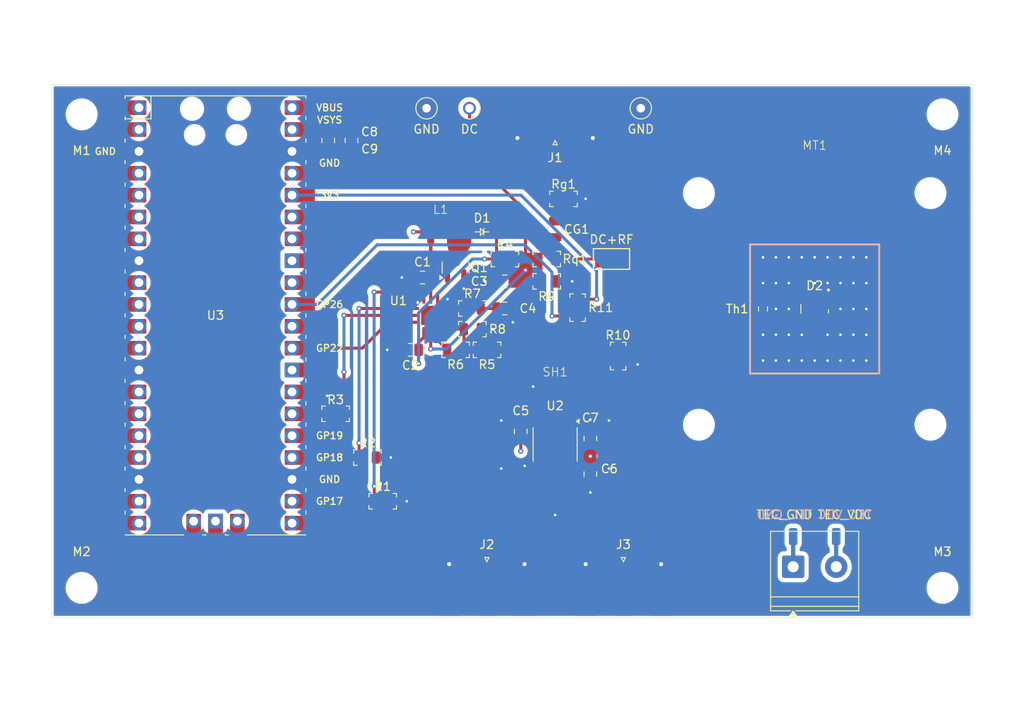
<source format=kicad_pcb>
(kicad_pcb (version 20241229) (generator "pcbnew") (generator_version "9.0")
  (layers (0 "F.Cu" signal) (4 "In1.Cu" signal) (6 "In2.Cu" signal) (2 "B.Cu" signal) (13 "F.Paste" user) (15 "B.Paste" user) (5 "F.SilkS" user "F.Silkscreen") (7 "B.SilkS" user "B.Silkscreen") (1 "F.Mask" user) (3 "B.Mask" user) (25 "Edge.Cuts" user))
  (net 0 "")
  (net 1 "GND")
  (net 2 "+5V")
  (net 3 "/Detection/Bias")
  (net 4 "/Detection/Gate")
  (net 5 "~{CS}")
  (net 6 "SCLK")
  (net 7 "DIN")
  (net 8 "~{CL}")
  (net 9 "/Detection/Kathode")
  (net 10 "/Detection/Anode")
  (net 11 "Net-(C4-Pad1)")
  (net 12 "/CS+")
  (net 13 "/FB")
  (net 14 "/DACOUT")
  (net 15 "/COMP")
  (net 16 "/DRAIN_Q1")
  (net 17 "/GATE")
  (net 18 "TEMP")
  (net 44 "+3.3V")
  (net 52 "/Detection/Out+")
  (net 53 "/Detection/Out-")
  (net 54 "/Detection/C_Byp")
  (net 55 "/Detection/TEC_GND")
  (net 56 "/Detection/TEC_VDC")
  (footprint "0_OpenSPD:0805_2012_Vishay" (layer "F.Cu") (at 57.475 -3.95)
    (property "Reference" "R9")
    (property "Value" "91k")
  )
  (footprint "0_OpenSPD:TestPoint_Keystone_5002" (layer "F.Cu") (at 48.5 -24.06)
    (property "Reference" "TP1" (hide yes))
    (property "Value" "TestPoint")
  )
  (footprint "0_OpenSPD:100µ_L" (layer "F.Cu") (at 45.15 -9.7)
    (property "Reference" "L1")
    (property "Value" "100u")
  )
  (footprint "0_OpenSPD:0805_2012_Vishay" (layer "F.Cu") (at 50.54 4 180)
    (property "Reference" "R5")
    (property "Value" "1M")
  )
  (footprint "0_OpenSPD:SM1F2" (layer "F.Cu") (at 88.6 -0.75)
    (property "Reference" "MT1")
    (property "Value" "SM1F2")
  )
  (footprint "0_OpenSPD:TestPoint_Keystone_5002" (layer "F.Cu") (at 43.515 -24.06)
    (property "Reference" "TP2" (hide yes))
    (property "Value" "TestPoint")
  )
  (footprint "Connector_Coaxial:SMA_Molex_73251-1153_EdgeMount_Horizontal" (layer "F.Cu") (at 58.45 -22.32 -90)
    (property "Reference" "J1")
    (property "Value" "Conn_Coaxial")
  )
  (footprint "0_OpenSPD:0805_2012_Vishay" (layer "F.Cu") (at 48.84 -0.8)
    (property "Reference" "R7")
    (property "Value" "20k")
  )
  (footprint "0_OpenSPD:0805_2012_Vishay" (layer "F.Cu") (at 46.89 4 180)
    (property "Reference" "R6")
    (property "Value" "24.9k")
  )
  (footprint "Connector_Coaxial:SMA_Molex_73251-1153_EdgeMount_Horizontal" (layer "F.Cu") (at 50.52 30.62 90)
    (property "Reference" "J2")
    (property "Value" "Conn_Coaxial")
  )
  (footprint "0_OpenSPD:0805_2012_Vishay" (layer "F.Cu") (at 48.84 1.6)
    (property "Reference" "R8")
    (property "Value" "32.4k")
  )
  (footprint "Connector_Coaxial:SMA_Molex_73251-1153_EdgeMount_Horizontal" (layer "F.Cu") (at 66.38 30.62 90)
    (property "Reference" "J3")
    (property "Value" "Conn_Coaxial")
  )
  (footprint "Capacitor_SMD:C_0805_2012Metric" (layer "F.Cu") (at 58.45 -10 -90)
    (property "Reference" "CG1")
    (property "Value" "10n")
  )
  (footprint "TerminalBlock_Phoenix:TerminalBlock_Phoenix_PT-1,5-2-5.0-H_1x02_P5.00mm_Horizontal" (layer "F.Cu") (at 86.1 29.2)
    (property "Reference" "J4" (hide yes))
    (property "Value" "Screw_Terminal_01x02")
  )
  (footprint "0_OpenSPD:0805_2012_Vishay" (layer "F.Cu") (at 36.65 16.51)
    (property "Reference" "R2")
    (property "Value" "1M")
  )
  (footprint "0_OpenSPD:0805_2012_Vishay" (layer "F.Cu") (at 32.95 11.43 180)
    (property "Reference" "R3")
    (property "Value" "1M")
  )
  (footprint "0_OpenSPD:T1244-4" (layer "F.Cu") (at 44 0)
    (property "Reference" "U1")
    (property "Value" "MAX1932")
  )
  (footprint "Capacitor_SMD:C_0805_2012Metric" (layer "F.Cu") (at 52.595 -3.95 180)
    (property "Reference" "C3")
    (property "Value" "0.1µ")
  )
  (footprint "0_OpenSPD:0805_2012_Vishay" (layer "F.Cu") (at 65.77 4.725 -90)
    (property "Reference" "R10")
    (property "Value" "49.9")
  )
  (footprint "MountingHole:MountingHole_3.2mm_M3" (layer "F.Cu") (at 3.45 31.65)
    (property "Reference" "M2")
    (property "Value" "MountingHole_3.2mm_M3")
  )
  (footprint "0_OpenSPD:C30645L-080" (layer "F.Cu") (at 88.6 -0.75 -90)
    (property "Reference" "D2")
    (property "Value" "C30645L-080")
  )
  (footprint "Package_TO_SOT_SMD:SOT-23" (layer "F.Cu") (at 46.89 -5.55 90)
    (property "Reference" "Q1")
    (property "Value" "BSS123")
  )
  (footprint "0_OpenSPD:SOD-123" (layer "F.Cu") (at 49.97 -9.7 180)
    (property "Reference" "D1")
    (property "Value" "BAT46W-E3-08")
  )
  (footprint "0_OpenSPD:Shield_3610213126S" (layer "F.Cu") (at 58.45 15)
    (property "Reference" "SH1")
    (property "Value" "Shield_3610213126S")
  )
  (footprint "0_OpenSPD:0805_2012_Vishay" (layer "F.Cu") (at 52.62 -6.55)
    (property "Reference" "R4")
    (property "Value" "806")
  )
  (footprint "Capacitor_SMD:C_0805_2012Metric" (layer "F.Cu") (at 54.46 13.475 90)
    (property "Reference" "C5")
    (property "Value" "0.1µ")
  )
  (footprint "MountingHole:MountingHole_3.2mm_M3" (layer "F.Cu") (at 3.45 -23.35)
    (property "Reference" "M1")
    (property "Value" "MountingHole_3.2mm_M3")
  )
  (footprint "0_OpenSPD:0805_2012_Vishay" (layer "F.Cu") (at 38.425 21.59)
    (property "Reference" "R1")
    (property "Value" "1M")
  )
  (footprint "MountingHole:MountingHole_3.2mm_M3" (layer "F.Cu") (at 103.45 31.65)
    (property "Reference" "M3")
    (property "Value" "MountingHole_3.2mm_M3")
  )
  (footprint "Capacitor_SMD:C_0805_2012Metric" (layer "F.Cu") (at 62.545 14.3 90)
    (property "Reference" "C7")
    (property "Value" "10µ")
  )
  (footprint "Capacitor_SMD:C_0805_2012Metric" (layer "F.Cu") (at 62.545 18.425 -90)
    (property "Reference" "C6")
    (property "Value" "0.1µ")
  )
  (footprint "0_OpenSPD:RPi_Pico_SMD_TH" (layer "F.Cu") (at 19 0)
    (property "Reference" "U3")
    (property "Value" "Pi Pico 2")
  )
  (footprint "Resistor_SMD:R_0603_1608Metric" (layer "F.Cu") (at 82.6 -0.75 -90)
    (property "Reference" "Th1")
    (property "Value" "10k")
  )
  (footprint "Capacitor_SMD:C_0805_2012Metric" (layer "F.Cu") (at 43.05 -4.4)
    (property "Reference" "C1")
    (property "Value" "1u")
  )
  (footprint "0_OpenSPD:TestPoint_Keystone_5002" (layer "F.Cu") (at 68.4 -24.06)
    (property "Reference" "TP3" (hide yes))
    (property "Value" "TestPoint")
  )
  (footprint "0_OpenSPD:TestPoint_Keystone_5019_Minature" (layer "F.Cu") (at 65 -6.55)
    (property "Reference" "TP4" (hide yes))
    (property "Value" "TestPoint")
  )
  (footprint "Package_SO:SOIC-8_3.9x4.9mm_P1.27mm" (layer "F.Cu") (at 58.45 15 -90)
    (property "Reference" "U2")
    (property "Value" "AD8015")
  )
  (footprint "Capacitor_SMD:C_0805_2012Metric" (layer "F.Cu") (at 32.09 -20.32 -90)
    (property "Reference" "C8")
    (property "Value" "0.1µ")
  )
  (footprint "0_OpenSPD:0805_2012_Vishay" (layer "F.Cu") (at 61.06 -0.9 -90)
    (property "Reference" "R11")
    (property "Value" "10k")
  )
  (footprint "0_OpenSPD:0805_2012_Vishay" (layer "F.Cu") (at 59.425 -13.53)
    (property "Reference" "Rg1")
    (property "Value" "49.9")
  )
  (footprint "MountingHole:MountingHole_3.2mm_M3" (layer "F.Cu") (at 103.45 -23.35)
    (property "Reference" "M4")
    (property "Value" "MountingHole_3.2mm_M3")
  )
  (footprint "Capacitor_SMD:C_0805_2012Metric" (layer "F.Cu") (at 41.64 4 180)
    (property "Reference" "C2")
    (property "Value" "0.047µ")
  )
  (footprint "Capacitor_SMD:C_0805_2012Metric" (layer "F.Cu") (at 52.595 -0.8)
    (property "Reference" "C4")
    (property "Value" "0.22u")
  )
  (footprint "Capacitor_SMD:C_0805_2012Metric" (layer "F.Cu") (at 34.8 -20.32 -90)
    (property "Reference" "C9")
    (property "Value" "10µ")
  )
  (footprint "0_OpenSPD:0805_2012_Vishay" (layer "F.Cu") (at 57.475 -6.55)
    (property "Reference" "Rq1")
    (property "Value" "10k")
  )
  (footprint "Connector_Wire:SolderWirePad_1x01_SMD_1x2mm" (layer "B.Cu") (at 91.1 25.69 180)
    (property "Reference" "TEC_VDC")
    (property "Value" "SolderWirePad_1x01_SMD_1x2mm" (hide yes))
  )
  (footprint "Connector_Wire:SolderWirePad_1x01_SMD_1x2mm" (layer "B.Cu") (at 86.1 25.69 180)
    (property "Reference" "TEC_GND")
    (property "Value" "SolderWirePad_1x01_SMD_1x2mm" (hide yes))
  )
  (gr_rect (start 81.1 -8.25) (end 96.1 6.75) (stroke (width 0.2)) (fill no) (layer "F.SilkS"))
  (gr_rect (start 81.1 -8.25) (end 96.1 6.75) (stroke (width 0.2)) (fill no) (layer "B.SilkS"))
  (gr_rect (start 0 -26.8) (end 106.9 35.1) (stroke (width 0.05)) (fill no) (layer "Edge.Cuts"))
  (gr_text "GND" (at 43.515 -21.63 0) (layer "F.SilkS") (effects (font (size 1 1))))
  (gr_text "TEC_VDC\n" (at 92.1 23.15 0) (layer "F.SilkS") (effects (font (size 1 1))))
  (gr_text "TEC_GND\n" (at 85.1 23.15 0) (layer "F.SilkS") (effects (font (size 1 1))))
  (gr_text "GND" (at 68.4 -21.63 0) (layer "F.SilkS") (effects (font (size 1 1))))
  (gr_text "DC" (at 48.5 -21.63 0) (layer "F.SilkS") (effects (font (size 1 1))))
  (gr_text "DC+RF" (at 65 -8.81 0) (layer "F.SilkS") (effects (font (size 1 1))))
  (segment (start 62.545 20.57) (end 62.545 19.375) (width 0.35) (layer "F.Cu") (net 1))
  (segment (start 47.84 -4.6125) (end 47.84 -3.11) (width 0.35) (layer "F.Cu") (net 1))
  (segment (start 40.65 -4.4) (end 42.1 -4.4) (width 0.35) (layer "F.Cu") (net 1))
  (segment (start 49.815 1.6) (end 51.18 1.6) (width 0.35) (layer "F.Cu") (net 1))
  (segment (start 64.7 15) (end 64.7 12.21) (width 0.35) (layer "F.Cu") (net 1))
  (segment (start 52.2 9.42) (end 52.2 12.21) (width 0.35) (layer "F.Cu") (net 1))
  (segment (start 58.45 21.73) (end 58.45 23.185) (width 0.35) (layer "F.Cu") (net 1))
  (segment (start 34.8 -19.37) (end 32.09 -19.37) (width 0.4) (layer "F.Cu") (net 1))
  (segment (start 64.7 12.21) (end 64.7 9.42) (width 0.35) (layer "F.Cu") (net 1))
  (segment (start 45.84 -0.8) (end 44.8 -0.8) (width 0.35) (layer "F.Cu") (net 1))
  (segment (start 58.45 -3.95) (end 60.43 -3.95) (width 0.35) (layer "F.Cu") (net 1))
  (segment (start 65.77 5.7) (end 68.04 5.7) (width 0.35) (layer "F.Cu") (net 1))
  (segment (start 62.545 12.11) (end 62.545 13.35) (width 0.35) (layer "F.Cu") (net 1))
  (segment (start 52.2 15) (end 52.2 12.21) (width 0.35) (layer "F.Cu") (net 1))
  (segment (start 31.975 9.34) (end 31.975 11.43) (width 0.35) (layer "F.Cu") (net 1))
  (segment (start 55.9 8.27) (end 58.45 8.27) (width 0.35) (layer "F.Cu") (net 1))
  (segment (start 61.995 -13.53) (end 60.4 -13.53) (width 0.35) (layer "F.Cu") (net 1))
  (segment (start 52.2 15) (end 52.2 17.79) (width 0.35) (layer "F.Cu") (net 1))
  (segment (start 54.905 17.475) (end 56.55 17.475) (width 0.35) (layer "F.Cu") (net 1))
  (segment (start 52.2 20.58) (end 52.2 17.79) (width 0.35) (layer "F.Cu") (net 1))
  (segment (start 39.4 21.59) (end 41.22 21.59) (width 0.35) (layer "F.Cu") (net 1))
  (segment (start 32.09 -19.37) (end 28.21 -19.37) (width 0.4) (layer "F.Cu") (net 1))
  (segment (start 37.625 16.51) (end 39.37 16.51) (width 0.35) (layer "F.Cu") (net 1))
  (segment (start 38.95 4) (end 40.69 4) (width 0.35) (layer "F.Cu") (net 1))
  (segment (start 51.18 1.6) (end 51.19 1.61) (width 0.35) (layer "F.Cu") (net 1))
  (segment (start 28.21 -19.37) (end 27.89 -19.05) (width 0.35) (layer "F.Cu") (net 1))
  (segment (start 44.8 -0.8) (end 44 0) (width 0.35) (layer "F.Cu") (net 1))
  (segment (start 50.25 -3.95) (end 51.645 -3.95) (width 0.35) (layer "F.Cu") (net 1))
  (segment (start 53.545 -0.8) (end 53.545 0.8) (width 0.35) (layer "F.Cu") (net 1))
  (segment (start 64.7 17.79) (end 64.7 20.58) (width 0.35) (layer "F.Cu") (net 1))
  (via (at 84.1 -0.75) (size 0.6) (drill 0.3) (layers "F.Cu" "B.Cu") (net 1))
  (via (at 91.6 -0.75) (size 0.6) (drill 0.3) (layers "F.Cu" "B.Cu") (net 1))
  (via (at 91.6 -6.75) (size 0.6) (drill 0.3) (layers "F.Cu" "B.Cu") (net 1))
  (via (at 94.6 2.25) (size 0.6) (drill 0.3) (layers "F.Cu" "B.Cu") (net 1))
  (via (at 45.94 -1.88) (size 0.6) (drill 0.3) (layers "F.Cu" "B.Cu") (net 1))
  (via (at 31.975 9.34) (size 0.6) (drill 0.3) (layers "F.Cu" "B.Cu") (net 1))
  (via (at 94.6 -6.75) (size 0.6) (drill 0.3) (layers "F.Cu" "B.Cu") (net 1))
  (via (at 90.1 2.25) (size 0.6) (drill 0.3) (layers "F.Cu" "B.Cu") (net 1))
  (via (at 53.545 0.8) (size 0.6) (drill 0.3) (layers "F.Cu" "B.Cu") (net 1))
  (via (at 85.6 2.25) (size 0.6) (drill 0.3) (layers "F.Cu" "B.Cu") (net 1))
  (via (at 84.1 5.25) (size 0.6) (drill 0.3) (layers "F.Cu" "B.Cu") (net 1))
  (via (at 47.84 -3.11) (size 0.6) (drill 0.3) (layers "F.Cu" "B.Cu") (net 1))
  (via (at 62.545 12.11) (size 0.6) (drill 0.3) (layers "F.Cu" "B.Cu") (net 1))
  (via (at 41.22 21.59) (size 0.6) (drill 0.3) (layers "F.Cu" "B.Cu") (net 1))
  (via (at 52.2 17.79) (size 0.6) (drill 0.3) (layers "F.Cu" "B.Cu") (net 1))
  (via (at 68.04 5.7) (size 0.6) (drill 0.3) (layers "F.Cu" "B.Cu") (net 1))
  (via (at 82.6 -6.75) (size 0.6) (drill 0.3) (layers "F.Cu" "B.Cu") (net 1))
  (via (at 84.1 2.25) (size 0.6) (drill 0.3) (layers "F.Cu" "B.Cu") (net 1))
  (via (at 85.6 -0.75) (size 0.6) (drill 0.3) (layers "F.Cu" "B.Cu") (net 1))
  (via (at 64.7 12.21) (size 0.6) (drill 0.3) (layers "F.Cu" "B.Cu") (net 1))
  (via (at 87.1 2.25) (size 0.6) (drill 0.3) (layers "F.Cu" "B.Cu") (net 1))
  (via (at 91.6 -3.75) (size 0.6) (drill 0.3) (layers "F.Cu" "B.Cu") (net 1))
  (via (at 60.43 -3.95) (size 0.6) (drill 0.3) (layers "F.Cu" "B.Cu") (net 1))
  (via (at 40.65 -4.4) (size 0.6) (drill 0.3) (layers "F.Cu" "B.Cu") (net 1))
  (via (at 61.995 -13.53) (size 0.6) (drill 0.3) (layers "F.Cu" "B.Cu") (net 1))
  (via (at 85.6 5.25) (size 0.6) (drill 0.3) (layers "F.Cu" "B.Cu") (net 1))
  (via (at 39.37 16.51) (size 0.6) (drill 0.3) (layers "F.Cu" "B.Cu") (net 1))
  (via (at 87.1 5.25) (size 0.6) (drill 0.3) (layers "F.Cu" "B.Cu") (net 1))
  (via (at 94.6 -3.75) (size 0.6) (drill 0.3) (layers "F.Cu" "B.Cu") (net 1))
  (via (at 93.1 -0.75) (size 0.6) (drill 0.3) (layers "F.Cu" "B.Cu") (net 1))
  (via (at 82.6 -3.75) (size 0.6) (drill 0.3) (layers "F.Cu" "B.Cu") (net 1))
  (via (at 58.45 23.185) (size 0.6) (drill 0.3) (layers "F.Cu" "B.Cu") (net 1))
  (via (at 38.95 4) (size 0.6) (drill 0.3) (layers "F.Cu" "B.Cu") (net 1))
  (via (at 64.7 17.79) (size 0.6) (drill 0.3) (layers "F.Cu" "B.Cu") (net 1))
  (via (at 82.6 5.25) (size 0.6) (drill 0.3) (layers "F.Cu" "B.Cu") (net 1))
  (via (at 87.1 -6.75) (size 0.6) (drill 0.3) (layers "F.Cu" "B.Cu") (net 1))
  (via (at 90.1 -6.75) (size 0.6) (drill 0.3) (layers "F.Cu" "B.Cu") (net 1))
  (via (at 51.19 1.6) (size 0.6) (drill 0.3) (layers "F.Cu" "B.Cu") (net 1))
  (via (at 91.6 2.25) (size 0.6) (drill 0.3) (layers "F.Cu" "B.Cu") (net 1))
  (via (at 94.6 -0.75) (size 0.6) (drill 0.3) (layers "F.Cu" "B.Cu") (net 1))
  (via (at 85.6 -3.75) (size 0.6) (drill 0.3) (layers "F.Cu" "B.Cu") (net 1))
  (via (at 88.6 -6.75) (size 0.6) (drill 0.3) (layers "F.Cu" "B.Cu") (net 1))
  (via (at 93.1 5.25) (size 0.6) (drill 0.3) (layers "F.Cu" "B.Cu") (net 1))
  (via (at 82.6 2.25) (size 0.6) (drill 0.3) (layers "F.Cu" "B.Cu") (net 1))
  (via (at 93.1 -3.75) (size 0.6) (drill 0.3) (layers "F.Cu" "B.Cu") (net 1))
  (via (at 94.6 5.25) (size 0.6) (drill 0.3) (layers "F.Cu" "B.Cu") (net 1))
  (via (at 50.25 -3.95) (size 0.6) (drill 0.3) (layers "F.Cu" "B.Cu") (net 1))
  (via (at 93.1 -6.75) (size 0.6) (drill 0.3) (layers "F.Cu" "B.Cu") (net 1))
  (via (at 62.545 20.57) (size 0.6) (drill 0.3) (layers "F.Cu" "B.Cu") (net 1))
  (via (at 84.1 -6.75) (size 0.6) (drill 0.3) (layers "F.Cu" "B.Cu") (net 1))
  (via (at 84.1 -3.75) (size 0.6) (drill 0.3) (layers "F.Cu" "B.Cu") (net 1))
  (via (at 54.905 17.475) (size 0.6) (drill 0.3) (layers "F.Cu" "B.Cu") (net 1))
  (via (at 88.6 -3.75) (size 0.6) (drill 0.3) (layers "F.Cu" "B.Cu") (net 1))
  (via (at 85.6 -6.75) (size 0.6) (drill 0.3) (layers "F.Cu" "B.Cu") (net 1))
  (via (at 90.1 5.25) (size 0.6) (drill 0.3) (layers "F.Cu" "B.Cu") (net 1))
  (via (at 55.9 8.27) (size 0.6) (drill 0.3) (layers "F.Cu" "B.Cu") (net 1))
  (via (at 93.1 2.25) (size 0.6) (drill 0.3) (layers "F.Cu" "B.Cu") (net 1))
  (via (at 52.2 12.21) (size 0.6) (drill 0.3) (layers "F.Cu" "B.Cu") (net 1))
  (via (at 91.6 5.25) (size 0.6) (drill 0.3) (layers "F.Cu" "B.Cu") (net 1))
  (via (at 88.6 5.25) (size 0.6) (drill 0.3) (layers "F.Cu" "B.Cu") (net 1))
  (via (at 90.1 -3.75) (size 0.6) (drill 0.3) (layers "F.Cu" "B.Cu") (net 1))
  (segment (start 42 -9.7) (end 44 -9.7) (width 0.35) (layer "F.Cu") (net 2))
  (segment (start 32.09 -21.27) (end 28.21 -21.27) (width 0.4) (layer "F.Cu") (net 2))
  (segment (start 44 -9.7) (end 44 -4.4) (width 0.4) (layer "F.Cu") (net 2))
  (segment (start 54.46 15.78) (end 54.46 14.425) (width 0.35) (layer "F.Cu") (net 2))
  (segment (start 28.21 -21.27) (end 27.89 -21.59) (width 0.35) (layer "F.Cu") (net 2))
  (segment (start 44 -1.84) (end 44 -4.4) (width 0.35) (layer "F.Cu") (net 2))
  (segment (start 32.09 -21.27) (end 34.8 -21.27) (width 0.4) (layer "F.Cu") (net 2))
  (via (at 42 -9.7) (size 0.6) (drill 0.3) (layers "F.Cu" "B.Cu") (net 2))
  (via (at 62.545 16.3625) (size 0.6) (drill 0.3) (layers "F.Cu" "B.Cu") (net 2))
  (via (at 54.46 15.78) (size 0.6) (drill 0.3) (layers "F.Cu" "B.Cu") (net 2))
  (segment (start 44 3.9) (end 44 1.84) (width 0.35) (layer "F.Cu") (net 3))
  (segment (start 55.008 -12.102) (end 48.5 -18.61) (width 0.35) (layer "F.Cu") (net 3))
  (segment (start 48.5 -18.61) (end 48.5 -24.06) (width 0.35) (layer "F.Cu") (net 3))
  (segment (start 51.515 4) (end 52.44 4) (width 0.35) (layer "F.Cu") (net 3))
  (segment (start 55.008 -5.25) (end 55.008 -12.102) (width 0.35) (layer "F.Cu") (net 3))
  (segment (start 52.44 4) (end 55.008 1.432) (width 0.35) (layer "F.Cu") (net 3))
  (segment (start 55.008 1.432) (end 55.008 -5.25) (width 0.35) (layer "F.Cu") (net 3))
  (via (at 44 3.9) (size 0.6) (drill 0.3) (layers "F.Cu" "B.Cu") (net 3))
  (via (at 55.008 -5.25) (size 0.6) (drill 0.3) (layers "F.Cu" "B.Cu") (net 3))
  (segment (start 44 3.9) (end 45.858 3.9) (width 0.35) (layer "B.Cu") (net 3))
  (segment (start 45.858 3.9) (end 55.008 -5.25) (width 0.35) (layer "B.Cu") (net 3))
  (segment (start 58.45 -13.53) (end 58.45 -24.04) (width 0.35) (layer "F.Cu") (net 4))
  (segment (start 58.45 -13.53) (end 58.45 -10.95) (width 0.35) (layer "F.Cu") (net 4))
  (segment (start 37.425 -2.7) (end 42.865 -2.7) (width 0.35) (layer "F.Cu") (net 5))
  (segment (start 42.865 -2.7) (end 43.2 -2.365) (width 0.35) (layer "F.Cu") (net 5))
  (segment (start 27.89 21.59) (end 37.45 21.59) (width 0.35) (layer "F.Cu") (net 5))
  (segment (start 43.2 -2.365) (end 43.2 -1.84) (width 0.35) (layer "F.Cu") (net 5))
  (segment (start 37.45 19.85) (end 37.45 21.59) (width 0.35) (layer "F.Cu") (net 5))
  (via (at 37.45 19.85) (size 0.6) (drill 0.3) (layers "F.Cu" "B.Cu") (net 5))
  (via (at 37.425 -2.7) (size 0.6) (drill 0.3) (layers "F.Cu" "B.Cu") (net 5))
  (segment (start 37.425 19.825) (end 37.425 -2.7) (width 0.35) (layer "B.Cu") (net 5))
  (segment (start 37.45 19.85) (end 37.425 19.825) (width 0.35) (layer "B.Cu") (net 5))
  (segment (start 35.675 16.51) (end 35.675 14.82) (width 0.35) (layer "F.Cu") (net 6))
  (segment (start 35.675 -0.8) (end 42.16 -0.8) (width 0.35) (layer "F.Cu") (net 6))
  (segment (start 27.89 16.51) (end 35.675 16.51) (width 0.35) (layer "F.Cu") (net 6))
  (via (at 35.675 14.82) (size 0.6) (drill 0.3) (layers "F.Cu" "B.Cu") (net 6))
  (via (at 35.675 -0.8) (size 0.6) (drill 0.3) (layers "F.Cu" "B.Cu") (net 6))
  (segment (start 35.675 14.82) (end 35.675 -0.8) (width 0.35) (layer "B.Cu") (net 6))
  (segment (start 27.89 13.97) (end 32.69 13.97) (width 0.35) (layer "F.Cu") (net 7))
  (segment (start 33.925 12.735) (end 33.925 11.43) (width 0.35) (layer "F.Cu") (net 7))
  (segment (start 42.16 0) (end 33.925 0) (width 0.35) (layer "F.Cu") (net 7))
  (segment (start 33.925 11.43) (end 33.925 6.565) (width 0.35) (layer "F.Cu") (net 7))
  (segment (start 32.69 13.97) (end 33.925 12.735) (width 0.35) (layer "F.Cu") (net 7))
  (via (at 33.925 0) (size 0.6) (drill 0.3) (layers "F.Cu" "B.Cu") (net 7))
  (via (at 33.925 6.565) (size 0.6) (drill 0.3) (layers "F.Cu" "B.Cu") (net 7))
  (segment (start 33.925 0) (end 33.925 6.565) (width 0.35) (layer "B.Cu") (net 7))
  (segment (start 27.89 3.81) (end 36.055 3.81) (width 0.35) (layer "F.Cu") (net 8))
  (segment (start 39.065 0.8) (end 36.055 3.81) (width 0.35) (layer "F.Cu") (net 8))
  (segment (start 42.16 0.8) (end 39.065 0.8) (width 0.35) (layer "F.Cu") (net 8))
  (segment (start 87.5 -2.02) (end 87.5 -3.78) (width 0.35) (layer "F.Cu") (net 9))
  (segment (start 78.29 -6.55) (end 58.45 -6.55) (width 0.35) (layer "F.Cu") (net 9))
  (segment (start 58.45 -9.05) (end 58.45 -6.55) (width 0.35) (layer "F.Cu") (net 9))
  (segment (start 79.59 -5.25) (end 78.29 -6.55) (width 0.35) (layer "F.Cu") (net 9))
  (segment (start 86.03 -5.25) (end 79.59 -5.25) (width 0.35) (layer "F.Cu") (net 9))
  (segment (start 87.5 -3.78) (end 86.03 -5.25) (width 0.35) (layer "F.Cu") (net 9))
  (segment (start 62.825 3.75) (end 65.77 3.75) (width 0.35) (layer "F.Cu") (net 10))
  (segment (start 59.085 12.525) (end 59.085 11.22) (width 0.35) (layer "F.Cu") (net 10))
  (segment (start 59.085 11.22) (end 61 9.305) (width 0.35) (layer "F.Cu") (net 10))
  (segment (start 88.6 0.52) (end 88.6 2.56) (width 0.35) (layer "F.Cu") (net 10))
  (segment (start 61 9.305) (end 61 5.575) (width 0.35) (layer "F.Cu") (net 10))
  (segment (start 87.41 3.75) (end 65.77 3.75) (width 0.35) (layer "F.Cu") (net 10))
  (segment (start 88.6 2.56) (end 87.41 3.75) (width 0.35) (layer "F.Cu") (net 10))
  (segment (start 61 5.575) (end 62.825 3.75) (width 0.35) (layer "F.Cu") (net 10))
  (segment (start 49.815 -0.8) (end 51.645 -0.8) (width 0.35) (layer "F.Cu") (net 11))
  (segment (start 50.25 -6.55) (end 51.645 -6.55) (width 0.35) (layer "F.Cu") (net 12))
  (segment (start 51.645 -9.7) (end 51.645 -6.55) (width 0.35) (layer "F.Cu") (net 12))
  (segment (start 42.59 4) (end 42.59 5.6) (width 0.35) (layer "F.Cu") (net 12))
  (segment (start 42.59 3.15) (end 42.59 4) (width 0.35) (layer "F.Cu") (net 12))
  (segment (start 43.2 1.84) (end 43.2 2.54) (width 0.35) (layer "F.Cu") (net 12))
  (segment (start 43.2 2.54) (end 42.59 3.15) (width 0.35) (layer "F.Cu") (net 12))
  (segment (start 42.59 5.55) (end 42.54 5.6) (width 0.35) (layer "F.Cu") (net 12))
  (via (at 42.59 5.6) (size 0.6) (drill 0.3) (layers "F.Cu" "B.Cu") (net 12))
  (via (at 50.25 -6.55) (size 0.6) (drill 0.3) (layers "F.Cu" "B.Cu") (net 12))
  (segment (start 48.85 -6.55) (end 50.25 -6.55) (width 0.35) (layer "B.Cu") (net 12))
  (segment (start 42.59 5.6) (end 42.59 -0.29) (width 0.35) (layer "B.Cu") (net 12))
  (segment (start 42.59 -0.29) (end 48.85 -6.55) (width 0.35) (layer "B.Cu") (net 12))
  (segment (start 47.865 1.6) (end 47.865 4) (width 0.35) (layer "F.Cu") (net 13))
  (segment (start 46.34 0.8) (end 47.14 1.6) (width 0.35) (layer "F.Cu") (net 13))
  (segment (start 45.84 0.8) (end 46.34 0.8) (width 0.35) (layer "F.Cu") (net 13))
  (segment (start 47.14 1.6) (end 47.865 1.6) (width 0.35) (layer "F.Cu") (net 13))
  (segment (start 49.565 4) (end 47.865 4) (width 0.35) (layer "F.Cu") (net 13))
  (segment (start 44.8 2.885) (end 45.915 4) (width 0.35) (layer "F.Cu") (net 14))
  (segment (start 44.8 1.84) (end 44.8 2.885) (width 0.35) (layer "F.Cu") (net 14))
  (segment (start 47.065 0) (end 47.865 -0.8) (width 0.35) (layer "F.Cu") (net 15))
  (segment (start 45.84 0) (end 47.065 0) (width 0.35) (layer "F.Cu") (net 15))
  (segment (start 44.8 -2.53) (end 45.94 -3.67) (width 0.35) (layer "F.Cu") (net 17))
  (segment (start 45.94 -3.67) (end 45.94 -4.6125) (width 0.35) (layer "F.Cu") (net 17))
  (segment (start 44.8 -1.84) (end 44.8 -2.53) (width 0.35) (layer "F.Cu") (net 17))
  (segment (start 78.025 0.075) (end 61.06 0.075) (width 0.35) (layer "F.Cu") (net 18))
  (segment (start 58.09 0.075) (end 61.06 0.075) (width 0.35) (layer "F.Cu") (net 18))
  (segment (start 79.675 -1.575) (end 78.025 0.075) (width 0.35) (layer "F.Cu") (net 18))
  (segment (start 82.6 -1.575) (end 79.675 -1.575) (width 0.35) (layer "F.Cu") (net 18))
  (via (at 58.09 0.075) (size 0.6) (drill 0.3) (layers "F.Cu" "B.Cu") (net 18))
  (segment (start 27.89 -1.27) (end 30.85 -1.27) (width 0.35) (layer "B.Cu") (net 18))
  (segment (start 58.09 0.075) (end 58.09 -5.02) (width 0.35) (layer "B.Cu") (net 18))
  (segment (start 54.91 -8.2) (end 37.78 -8.2) (width 0.35) (layer "B.Cu") (net 18))
  (segment (start 37.78 -8.2) (end 30.85 -1.27) (width 0.35) (layer "B.Cu") (net 18))
  (segment (start 58.09 -5.02) (end 54.91 -8.2) (width 0.35) (layer "B.Cu") (net 18))
  (segment (start 63.27 -1.875) (end 61.06 -1.875) (width 0.35) (layer "F.Cu") (net 44))
  (via (at 63.27 -1.875) (size 0.6) (drill 0.3) (layers "F.Cu" "B.Cu") (net 44))
  (segment (start 54.48 -13.97) (end 63.27 -5.18) (width 0.35) (layer "B.Cu") (net 44))
  (segment (start 27.89 -13.97) (end 54.48 -13.97) (width 0.35) (layer "B.Cu") (net 44))
  (segment (start 63.27 -5.18) (end 63.27 -1.875) (width 0.35) (layer "B.Cu") (net 44))
  (segment (start 59.085 17.475) (end 59.085 18.965) (width 0.35) (layer "F.Cu") (net 52))
  (segment (start 61 20.88) (end 61 23.91) (width 0.35) (layer "F.Cu") (net 52))
  (segment (start 59.085 18.965) (end 61 20.88) (width 0.35) (layer "F.Cu") (net 52))
  (segment (start 61 23.91) (end 66.38 29.29) (width 0.35) (layer "F.Cu") (net 52))
  (segment (start 66.38 32.34) (end 66.38 29.29) (width 0.35) (layer "F.Cu") (net 52))
  (segment (start 55.9 23.91) (end 50.52 29.29) (width 0.35) (layer "F.Cu") (net 53))
  (segment (start 57.815 17.475) (end 57.815 18.965) (width 0.35) (layer "F.Cu") (net 53))
  (segment (start 50.52 32.34) (end 50.52 29.29) (width 0.35) (layer "F.Cu") (net 53))
  (segment (start 57.815 18.965) (end 55.9 20.88) (width 0.35) (layer "F.Cu") (net 53))
  (segment (start 55.9 20.88) (end 55.9 23.91) (width 0.35) (layer "F.Cu") (net 53))
  (segment (start 54.46 12.525) (end 56.545 12.525) (width 0.35) (layer "F.Cu") (net 54))
  (segment (start 86.1 29.2) (end 86.1 25.69) (width 0.5) (layer "B.Cu") (net 55))
  (segment (start 91.1 25.69) (end 91.1 29.2) (width 0.5) (layer "B.Cu") (net 56))
  (zone (net 9) (net_name "/Detection/Kathode") (layer "F.Cu") (priority 4) (connect_pads yes (clearance 0.5)) (min_thickness 0.25) (fill yes (thermal_gap 0.5) (thermal_bridge_width 0.5))
    (polygon (pts (xy 89.9794 1.0534) (xy 89.4194 1.0534) (xy 89.4194 -0.5266) (xy 87.7794 -0.5266) (xy 87.7794 1.0534) (xy 87.2194 1.0534) (xy 87.2194 -2.5566) (xy 89.9794 -2.5566)))
  )
  (zone (net 2) (net_name "+5V") (layer "F.Cu") (connect_pads yes (clearance 0.5)) (min_thickness 0.25) (fill yes (thermal_gap 0.5) (thermal_bridge_width 0.5))
    (polygon (pts (xy 61.82 14.75) (xy 60.055 16.5) (xy 60.055 18.45) (xy 60.655 18.45) (xy 63.27 17.975) (xy 63.27 14.75)))
  )
  (zone (net 1) (net_name "GND") (layer "F.Cu") (priority 5) (connect_pads yes (clearance 0.5)) (min_thickness 0.25) (fill yes (thermal_gap 0.5) (thermal_bridge_width 0.5))
    (polygon (pts (xy 96.1 6.75) (xy 81.1 6.75) (xy 81.1 -8.25) (xy 96.1 -8.25)))
    (polygon (pts (xy 86.6 1.65) (xy 90.6 1.65) (xy 90.6 -3.15) (xy 86.6 -3.15)))
  )
  (zone (net 1) (net_name "GND") (layer "F.Cu") (connect_pads yes (clearance 0.5)) (min_thickness 0.25) (fill yes (thermal_gap 0.5) (thermal_bridge_width 0.5))
    (polygon (pts (xy 45.54 -2.2) (xy 45.115 -1.115) (xy 45.115 -0.625) (xy 46.315 -0.625) (xy 46.315 -2.2)))
  )
  (zone (net 16) (net_name "/DRAIN_Q1") (layer "F.Cu") (priority 1) (connect_pads yes (clearance 0.5)) (min_thickness 0.25) (fill yes (thermal_gap 0.5) (thermal_bridge_width 0.5))
    (polygon (pts (xy 45.9 -11.05) (xy 48.72 -11.05) (xy 48.72 -8.21) (xy 47.24 -5.75) (xy 46.54 -5.75) (xy 45.9 -8.21)))
  )
  (zone (net 3) (net_name "/Detection/Bias") (layer "F.Cu") (priority 2) (connect_pads yes (clearance 0.5)) (min_thickness 0.25) (fill yes (thermal_gap 0.5) (thermal_bridge_width 0.5))
    (polygon (pts (xy 53.04 -7.275) (xy 53.04 -3.225) (xy 56.975 -3.225) (xy 56.975 -7.275)))
  )
  (zone (net 1) (net_name "GND") (layer "B.Cu") (priority 6) (connect_pads yes (clearance 0.5)) (min_thickness 0.25) (fill yes (thermal_gap 0.5) (thermal_bridge_width 0.5) (island_removal_mode 1) (island_area_min 10))
    (polygon (pts (xy 81.1 -8.25) (xy 96.1 -8.25) (xy 96.1 6.75) (xy 81.1 6.75)))
  )
  (zone (net 1) (net_name "GND") (layers "B.Cu" "In1.Cu") (priority 3) (connect_pads yes (clearance 0.5)) (min_thickness 0.25) (fill yes (thermal_gap 0.5) (thermal_bridge_width 0.5))
    (polygon (pts (xy 0 -26.8) (xy 106.9 -26.8) (xy 106.9 35.1) (xy 0 35.1)))
  )
)
</source>
